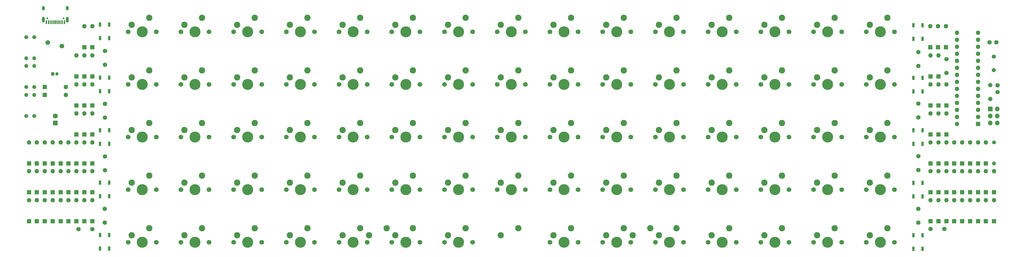
<source format=gbr>
G04 #@! TF.GenerationSoftware,KiCad,Pcbnew,8.0.7*
G04 #@! TF.CreationDate,2025-01-04T22:40:08+01:00*
G04 #@! TF.ProjectId,orthgyle,6f727468-6779-46c6-952e-6b696361645f,1*
G04 #@! TF.SameCoordinates,Original*
G04 #@! TF.FileFunction,Soldermask,Top*
G04 #@! TF.FilePolarity,Negative*
%FSLAX46Y46*%
G04 Gerber Fmt 4.6, Leading zero omitted, Abs format (unit mm)*
G04 Created by KiCad (PCBNEW 8.0.7) date 2025-01-04 22:40:08*
%MOMM*%
%LPD*%
G01*
G04 APERTURE LIST*
%ADD10R,1.600000X1.600000*%
%ADD11O,1.600000X1.600000*%
%ADD12C,1.701800*%
%ADD13C,3.987800*%
%ADD14C,2.286000*%
%ADD15C,1.600000*%
%ADD16R,0.900000X1.500000*%
%ADD17C,1.400000*%
%ADD18O,1.400000X1.400000*%
%ADD19C,1.500000*%
%ADD20C,0.650000*%
%ADD21R,0.600000X1.450000*%
%ADD22R,0.300000X1.450000*%
%ADD23O,1.000000X2.100000*%
%ADD24O,1.000000X1.600000*%
%ADD25R,1.800000X1.800000*%
%ADD26C,1.800000*%
%ADD27C,1.710000*%
%ADD28R,1.700000X1.700000*%
%ADD29O,1.700000X1.700000*%
%ADD30R,1.200000X1.200000*%
%ADD31C,1.200000*%
G04 APERTURE END LIST*
D10*
X36314215Y-151567167D03*
D11*
X36314215Y-143947167D03*
D12*
X205542447Y-161092159D03*
D13*
X210622447Y-161092159D03*
D12*
X215702447Y-161092159D03*
D14*
X213162447Y-156012159D03*
X206812447Y-158552159D03*
D10*
X376357447Y-162044659D03*
D11*
X376357447Y-154424659D03*
D12*
X186492447Y-161092159D03*
D13*
X191572447Y-161092159D03*
D12*
X196652447Y-161092159D03*
D14*
X194112447Y-156012159D03*
X187762447Y-158552159D03*
D12*
X148392447Y-161092159D03*
D13*
X153472447Y-161092159D03*
D12*
X158552447Y-161092159D03*
D14*
X156012447Y-156012159D03*
X149662447Y-158552159D03*
D12*
X281742447Y-180142159D03*
D13*
X286822447Y-180142159D03*
D12*
X291902447Y-180142159D03*
D14*
X289362447Y-175062159D03*
X283012447Y-177602159D03*
D10*
X47744947Y-172522159D03*
D11*
X47744947Y-164902159D03*
D10*
X385049742Y-162044727D03*
D11*
X385049742Y-154424727D03*
D12*
X281742447Y-161092159D03*
D13*
X286822447Y-161092159D03*
D12*
X291902447Y-161092159D03*
D14*
X289362447Y-156012159D03*
X283012447Y-158552159D03*
D10*
X50601811Y-151567167D03*
D11*
X50601811Y-143947167D03*
D10*
X364928095Y-172522255D03*
D11*
X364928095Y-164902255D03*
D12*
X72192447Y-142042159D03*
D13*
X77272447Y-142042159D03*
D12*
X82352447Y-142042159D03*
D14*
X79812447Y-136962159D03*
X73462447Y-139502159D03*
D10*
X53459311Y-151567167D03*
D11*
X53459311Y-143947167D03*
D10*
X53459287Y-120134659D03*
D11*
X53459287Y-112514659D03*
D15*
X383620986Y-123230528D03*
X383620986Y-128230528D03*
D10*
X382073167Y-172522255D03*
D11*
X382073167Y-164902255D03*
D16*
X355912447Y-125492159D03*
X359212447Y-125492159D03*
X359212447Y-120592159D03*
X355912447Y-120592159D03*
D10*
X59174311Y-130612079D03*
D11*
X59174311Y-122992079D03*
D10*
X47744299Y-162044627D03*
D11*
X47744299Y-154424627D03*
D10*
X39171727Y-172522255D03*
D11*
X39171727Y-164902255D03*
D12*
X243642447Y-180142159D03*
D13*
X248722447Y-180142159D03*
D12*
X253802447Y-180142159D03*
D14*
X251262447Y-175062159D03*
X244912447Y-177602159D03*
D10*
X364927447Y-151567159D03*
D11*
X364927447Y-143947159D03*
D10*
X362069947Y-120134659D03*
D11*
X362069947Y-112514659D03*
D15*
X357665252Y-167997893D03*
X357665252Y-172997893D03*
D12*
X129342447Y-142042159D03*
D13*
X134422447Y-142042159D03*
D12*
X139502447Y-142042159D03*
D14*
X136962447Y-136962159D03*
X130612447Y-139502159D03*
D15*
X385882447Y-107752159D03*
X383382447Y-107752159D03*
D12*
X110292447Y-142042159D03*
D13*
X115372447Y-142042159D03*
D12*
X120452447Y-142042159D03*
D14*
X117912447Y-136962159D03*
X111562447Y-139502159D03*
D10*
X59174311Y-141089623D03*
D11*
X59174311Y-133469623D03*
D10*
X42029947Y-172522159D03*
D11*
X42029947Y-164902159D03*
D14*
X165537447Y-175062159D03*
X159187447Y-177602159D03*
D17*
X35362447Y-105847159D03*
D18*
X35362447Y-113467159D03*
D10*
X382072447Y-162044659D03*
D11*
X382072447Y-154424659D03*
D12*
X319842447Y-103942159D03*
D13*
X324922447Y-103942159D03*
D12*
X330002447Y-103942159D03*
D14*
X327462447Y-98862159D03*
X321112447Y-101402159D03*
D12*
X186492447Y-122992159D03*
D13*
X191572447Y-122992159D03*
D12*
X196652447Y-122992159D03*
D14*
X194112447Y-117912159D03*
X187762447Y-120452159D03*
D16*
X355912447Y-144492159D03*
X359212447Y-144492159D03*
X359212447Y-139592159D03*
X355912447Y-139592159D03*
D12*
X243642447Y-142042159D03*
D13*
X248722447Y-142042159D03*
D12*
X253802447Y-142042159D03*
D14*
X251262447Y-136962159D03*
X244912447Y-139502159D03*
D12*
X243642447Y-161092159D03*
D13*
X248722447Y-161092159D03*
D12*
X253802447Y-161092159D03*
D14*
X251262447Y-156012159D03*
X244912447Y-158552159D03*
D10*
X367785595Y-172522255D03*
D11*
X367785595Y-164902255D03*
D10*
X56316799Y-120134535D03*
D11*
X56316799Y-112514535D03*
D12*
X167442447Y-103942159D03*
D13*
X172522447Y-103942159D03*
D12*
X177602447Y-103942159D03*
D14*
X175062447Y-98862159D03*
X168712447Y-101402159D03*
D10*
X39171727Y-151567167D03*
D11*
X39171727Y-143947167D03*
D12*
X110292447Y-180142159D03*
D13*
X115372447Y-180142159D03*
D12*
X120452447Y-180142159D03*
D14*
X117912447Y-175062159D03*
X111562447Y-177602159D03*
D12*
X224592447Y-180142159D03*
D13*
X229672447Y-180142159D03*
D12*
X234752447Y-180142159D03*
D14*
X232212447Y-175062159D03*
X225862447Y-177602159D03*
D15*
X63817500Y-130016250D03*
X63817500Y-135016250D03*
D12*
X72192447Y-180142159D03*
D13*
X77272447Y-180142159D03*
D12*
X82352447Y-180142159D03*
D14*
X79812447Y-175062159D03*
X73462447Y-177602159D03*
D12*
X300792447Y-180142159D03*
D13*
X305872447Y-180142159D03*
D12*
X310952447Y-180142159D03*
D14*
X308412447Y-175062159D03*
X302062447Y-177602159D03*
D12*
X338892447Y-103942159D03*
D13*
X343972447Y-103942159D03*
D12*
X349052447Y-103942159D03*
D14*
X346512447Y-98862159D03*
X340162447Y-101402159D03*
D10*
X44887447Y-172522159D03*
D11*
X44887447Y-164902159D03*
D12*
X338892447Y-142042159D03*
D13*
X343972447Y-142042159D03*
D12*
X349052447Y-142042159D03*
D14*
X346512447Y-136962159D03*
X340162447Y-139502159D03*
D10*
X50601799Y-162044627D03*
D11*
X50601799Y-154424627D03*
D15*
X367785607Y-118824874D03*
X367785607Y-113824874D03*
D12*
X300792447Y-103942159D03*
D13*
X305872447Y-103942159D03*
D12*
X310952447Y-103942159D03*
D14*
X308412447Y-98862159D03*
X302062447Y-101402159D03*
D16*
X62032447Y-182442159D03*
X65332447Y-182442159D03*
X65332447Y-177542159D03*
X62032447Y-177542159D03*
D19*
X384929947Y-117822159D03*
X384929947Y-112942159D03*
D12*
X186492447Y-180142159D03*
D13*
X191572447Y-180142159D03*
D12*
X196652447Y-180142159D03*
D14*
X194112447Y-175062159D03*
X187762447Y-177602159D03*
D10*
X44886799Y-162044627D03*
D11*
X44886799Y-154424627D03*
D10*
X59174311Y-151567167D03*
D11*
X59174311Y-143947167D03*
D10*
X362069947Y-162044659D03*
D11*
X362069947Y-154424659D03*
D12*
X148392447Y-142042159D03*
D13*
X153472447Y-142042159D03*
D12*
X158552447Y-142042159D03*
D14*
X156012447Y-136962159D03*
X149662447Y-139502159D03*
D12*
X243642447Y-103942159D03*
D13*
X248722447Y-103942159D03*
D12*
X253802447Y-103942159D03*
D14*
X251262447Y-98862159D03*
X244912447Y-101402159D03*
D12*
X205542447Y-122992159D03*
D13*
X210622447Y-122992159D03*
D12*
X215702447Y-122992159D03*
D14*
X213162447Y-117912159D03*
X206812447Y-120452159D03*
D10*
X36314227Y-172522255D03*
D11*
X36314227Y-164902255D03*
D10*
X39171727Y-162044711D03*
D11*
X39171727Y-154424711D03*
D15*
X357663750Y-111323750D03*
X357663750Y-116323750D03*
D10*
X367784947Y-162044659D03*
D11*
X367784947Y-154424659D03*
D12*
X300792447Y-122992159D03*
D13*
X305872447Y-122992159D03*
D12*
X310952447Y-122992159D03*
D14*
X308412447Y-117912159D03*
X302062447Y-120452159D03*
D10*
X364927447Y-120134659D03*
D11*
X364927447Y-112514659D03*
D15*
X357663750Y-129897500D03*
X357663750Y-134897500D03*
D17*
X35362447Y-134422159D03*
D18*
X35362447Y-126802159D03*
D12*
X91242447Y-103942159D03*
D13*
X96322447Y-103942159D03*
D12*
X101402447Y-103942159D03*
D14*
X98862447Y-98862159D03*
X92512447Y-101402159D03*
D10*
X59174947Y-172522159D03*
D11*
X59174947Y-164902159D03*
D10*
X367784947Y-141089659D03*
D11*
X367784947Y-133469659D03*
D12*
X205542447Y-142042159D03*
D13*
X210622447Y-142042159D03*
D12*
X215702447Y-142042159D03*
D14*
X213162447Y-136962159D03*
X206812447Y-139502159D03*
D12*
X167442447Y-161092159D03*
D13*
X172522447Y-161092159D03*
D12*
X177602447Y-161092159D03*
D14*
X175062447Y-156012159D03*
X168712447Y-158552159D03*
D12*
X91242447Y-161092159D03*
D13*
X96322447Y-161092159D03*
D12*
X101402447Y-161092159D03*
D14*
X98862447Y-156012159D03*
X92512447Y-158552159D03*
D10*
X42029947Y-126802159D03*
D11*
X49649947Y-126802159D03*
D10*
X362069947Y-130612159D03*
D11*
X362069947Y-122992159D03*
D16*
X62032447Y-163442159D03*
X65332447Y-163442159D03*
X65332447Y-158542159D03*
X62032447Y-158542159D03*
D12*
X243642447Y-122992159D03*
D13*
X248722447Y-122992159D03*
D12*
X253802447Y-122992159D03*
D14*
X251262447Y-117912159D03*
X244912447Y-120452159D03*
D12*
X110292447Y-103942159D03*
D13*
X115372447Y-103942159D03*
D12*
X120452447Y-103942159D03*
D14*
X117912447Y-98862159D03*
X111562447Y-101402159D03*
D12*
X224592447Y-142042159D03*
D13*
X229672447Y-142042159D03*
D12*
X234752447Y-142042159D03*
D14*
X232212447Y-136962159D03*
X225862447Y-139502159D03*
D10*
X59174311Y-162044727D03*
D11*
X59174311Y-154424727D03*
D10*
X56316799Y-141089623D03*
D11*
X56316799Y-133469623D03*
D10*
X56316811Y-151567167D03*
D11*
X56316811Y-143947167D03*
D17*
X38219947Y-134422159D03*
D18*
X38219947Y-126802159D03*
D12*
X148392447Y-180142159D03*
D13*
X153472447Y-180142159D03*
D12*
X158552447Y-180142159D03*
D14*
X156012447Y-175062159D03*
X149662447Y-177602159D03*
D12*
X338892447Y-122992159D03*
D13*
X343972447Y-122992159D03*
D12*
X349052447Y-122992159D03*
D14*
X346512447Y-117912159D03*
X340162447Y-120452159D03*
D20*
X48763697Y-99019659D03*
X42983697Y-99019659D03*
D21*
X49123697Y-100464659D03*
X48323697Y-100464659D03*
D22*
X47123697Y-100464659D03*
X46123697Y-100464659D03*
X45623697Y-100464659D03*
X44623697Y-100464659D03*
D21*
X43423697Y-100464659D03*
X42623697Y-100464659D03*
X42623697Y-100464659D03*
X43423697Y-100464659D03*
D22*
X44123697Y-100464659D03*
X45123697Y-100464659D03*
X46623697Y-100464659D03*
X47623697Y-100464659D03*
D21*
X48323697Y-100464659D03*
X49123697Y-100464659D03*
D23*
X50193697Y-99549659D03*
D24*
X50193697Y-95369659D03*
D23*
X41553697Y-99549659D03*
D24*
X41553697Y-95369659D03*
D25*
X45839947Y-136962159D03*
D26*
X45839947Y-134422159D03*
D10*
X47744311Y-151567167D03*
D11*
X47744311Y-143947167D03*
D10*
X362069947Y-141089659D03*
D11*
X362069947Y-133469659D03*
D16*
X62032447Y-106242159D03*
X65332447Y-106242159D03*
X65332447Y-101342159D03*
X62032447Y-101342159D03*
D12*
X224592447Y-122992159D03*
D13*
X229672447Y-122992159D03*
D12*
X234752447Y-122992159D03*
D14*
X232212447Y-117912159D03*
X225862447Y-120452159D03*
D12*
X186492447Y-103942159D03*
D13*
X191572447Y-103942159D03*
D12*
X196652447Y-103942159D03*
D14*
X194112447Y-98862159D03*
X187762447Y-101402159D03*
D10*
X379214947Y-162044659D03*
D11*
X379214947Y-154424659D03*
D12*
X72192447Y-161092159D03*
D13*
X77272447Y-161092159D03*
D12*
X82352447Y-161092159D03*
D14*
X79812447Y-156012159D03*
X73462447Y-158552159D03*
D10*
X370643095Y-172522255D03*
D11*
X370643095Y-164902255D03*
D10*
X364927447Y-141089659D03*
D11*
X364927447Y-133469659D03*
D10*
X56316799Y-130612079D03*
D11*
X56316799Y-122992079D03*
D10*
X59174311Y-120134535D03*
D11*
X59174311Y-112514535D03*
D10*
X370642447Y-151567159D03*
D11*
X370642447Y-143947159D03*
D15*
X386240372Y-123289898D03*
X386240372Y-125789898D03*
D12*
X167442447Y-180142159D03*
D13*
X172522447Y-180142159D03*
D12*
X177602447Y-180142159D03*
D14*
X175062447Y-175062159D03*
X168712447Y-177602159D03*
D12*
X262692447Y-142042159D03*
D13*
X267772447Y-142042159D03*
D12*
X272852447Y-142042159D03*
D14*
X270312447Y-136962159D03*
X263962447Y-139502159D03*
D10*
X50602447Y-172522159D03*
D11*
X50602447Y-164902159D03*
D12*
X281742447Y-142042159D03*
D13*
X286822447Y-142042159D03*
D12*
X291902447Y-142042159D03*
D14*
X289362447Y-136962159D03*
X283012447Y-139502159D03*
D10*
X382072447Y-151567159D03*
D11*
X382072447Y-143947159D03*
D10*
X370642447Y-162044659D03*
D11*
X370642447Y-154424659D03*
D15*
X63698705Y-167998216D03*
X63698705Y-172998216D03*
D10*
X376357447Y-151567159D03*
D11*
X376357447Y-143947159D03*
D12*
X262692447Y-161092159D03*
D13*
X267772447Y-161092159D03*
D12*
X272852447Y-161092159D03*
D14*
X270312447Y-156012159D03*
X263962447Y-158552159D03*
D10*
X53459287Y-141089623D03*
D11*
X53459287Y-133469623D03*
D10*
X53459287Y-130612079D03*
D11*
X53459287Y-122992079D03*
D10*
X373499947Y-151567159D03*
D11*
X373499947Y-143947159D03*
D12*
X72192447Y-103942159D03*
D13*
X77272447Y-103942159D03*
D12*
X82352447Y-103942159D03*
D14*
X79812447Y-98862159D03*
X73462447Y-101402159D03*
D10*
X56317447Y-172522159D03*
D11*
X56317447Y-164902159D03*
D16*
X355912447Y-106492159D03*
X359212447Y-106492159D03*
X359212447Y-101592159D03*
X355912447Y-101592159D03*
D10*
X36314215Y-162044711D03*
D11*
X36314215Y-154424711D03*
D10*
X367665000Y-109537500D03*
D11*
X367665000Y-101917500D03*
D12*
X110292447Y-161092159D03*
D13*
X115372447Y-161092159D03*
D12*
X120452447Y-161092159D03*
D14*
X117912447Y-156012159D03*
X111562447Y-158552159D03*
X260787447Y-175062159D03*
X254437447Y-177602159D03*
D15*
X362070583Y-175260736D03*
X367070583Y-175260736D03*
D10*
X362069947Y-151567159D03*
D11*
X362069947Y-143947159D03*
D10*
X56316799Y-162044627D03*
D11*
X56316799Y-154424627D03*
D17*
X385049742Y-143947167D03*
D18*
X385049742Y-151567167D03*
D10*
X373499947Y-162044659D03*
D11*
X373499947Y-154424659D03*
D16*
X62032447Y-144442159D03*
X65332447Y-144442159D03*
X65332447Y-139542159D03*
X62032447Y-139542159D03*
D10*
X361950000Y-109537500D03*
D11*
X361950000Y-101917500D03*
D16*
X355913711Y-163492316D03*
X359213711Y-163492316D03*
X359213711Y-158592316D03*
X355913711Y-158592316D03*
D10*
X364807500Y-109537500D03*
D11*
X364807500Y-101917500D03*
D12*
X281742447Y-103942159D03*
D13*
X286822447Y-103942159D03*
D12*
X291902447Y-103942159D03*
D14*
X289362447Y-98862159D03*
X283012447Y-101402159D03*
D12*
X319842447Y-180142159D03*
D13*
X324922447Y-180142159D03*
D12*
X330002447Y-180142159D03*
D14*
X327462447Y-175062159D03*
X321112447Y-177602159D03*
D12*
X129342447Y-161092159D03*
D13*
X134422447Y-161092159D03*
D12*
X139502447Y-161092159D03*
D14*
X136962447Y-156012159D03*
X130612447Y-158552159D03*
D10*
X362070583Y-172522159D03*
D11*
X362070583Y-164902159D03*
D12*
X262692447Y-122992159D03*
D13*
X267772447Y-122992159D03*
D12*
X272852447Y-122992159D03*
D14*
X270312447Y-117912159D03*
X263962447Y-120452159D03*
D12*
X262692447Y-180142159D03*
D13*
X267772447Y-180142159D03*
D12*
X272852447Y-180142159D03*
D14*
X270312447Y-175062159D03*
X263962447Y-177602159D03*
D12*
X319842447Y-161092159D03*
D13*
X324922447Y-161092159D03*
D12*
X330002447Y-161092159D03*
D14*
X327462447Y-156012159D03*
X321112447Y-158552159D03*
D12*
X224592447Y-103942159D03*
D13*
X229672447Y-103942159D03*
D12*
X234752447Y-103942159D03*
D14*
X232212447Y-98862159D03*
X225862447Y-101402159D03*
D12*
X262692447Y-103942159D03*
D13*
X267772447Y-103942159D03*
D12*
X272852447Y-103942159D03*
D14*
X270312447Y-98862159D03*
X263962447Y-101402159D03*
D10*
X364927447Y-162044659D03*
D11*
X364927447Y-154424659D03*
D12*
X205542447Y-103942159D03*
D13*
X210622447Y-103942159D03*
D12*
X215702447Y-103942159D03*
D14*
X213162447Y-98862159D03*
X206812447Y-101402159D03*
D12*
X186492447Y-142042159D03*
D13*
X191572447Y-142042159D03*
D12*
X196652447Y-142042159D03*
D14*
X194112447Y-136962159D03*
X187762447Y-139502159D03*
D12*
X224592447Y-161092159D03*
D13*
X229672447Y-161092159D03*
D12*
X234752447Y-161092159D03*
D14*
X232212447Y-156012159D03*
X225862447Y-158552159D03*
D12*
X91242447Y-122992159D03*
D13*
X96322447Y-122992159D03*
D12*
X101402447Y-122992159D03*
D14*
X98862447Y-117912159D03*
X92512447Y-120452159D03*
D15*
X63817500Y-149066250D03*
X63817500Y-154066250D03*
D12*
X110292447Y-122992159D03*
D13*
X115372447Y-122992159D03*
D12*
X120452447Y-122992159D03*
D14*
X117912447Y-117912159D03*
X111562447Y-120452159D03*
D10*
X376358095Y-172522255D03*
D11*
X376358095Y-164902255D03*
D10*
X379214947Y-151567159D03*
D11*
X379214947Y-143947159D03*
D14*
X213162447Y-175062159D03*
X206812447Y-177602159D03*
D10*
X53459947Y-172522159D03*
D11*
X53459947Y-164902159D03*
D12*
X91242447Y-180142159D03*
D13*
X96322447Y-180142159D03*
D12*
X101402447Y-180142159D03*
D14*
X98862447Y-175062159D03*
X92512447Y-177602159D03*
D27*
X43121155Y-107862108D03*
X48221155Y-109062108D03*
D17*
X35362447Y-123944659D03*
D18*
X35362447Y-116324659D03*
D15*
X357663750Y-148947500D03*
X357663750Y-153947500D03*
D12*
X300792447Y-142042159D03*
D13*
X305872447Y-142042159D03*
D12*
X310952447Y-142042159D03*
D14*
X308412447Y-136962159D03*
X302062447Y-139502159D03*
D28*
X383654947Y-131897159D03*
D29*
X386194947Y-131897159D03*
X383654947Y-134437159D03*
X386194947Y-134437159D03*
X383654947Y-136977159D03*
X386194947Y-136977159D03*
D12*
X148392447Y-103942159D03*
D13*
X153472447Y-103942159D03*
D12*
X158552447Y-103942159D03*
D14*
X156012447Y-98862159D03*
X149662447Y-101402159D03*
D16*
X355912447Y-182492159D03*
X359212447Y-182492159D03*
X359212447Y-177592159D03*
X355912447Y-177592159D03*
D10*
X59174311Y-109537928D03*
D11*
X59174311Y-101917928D03*
D17*
X38219947Y-123944659D03*
D18*
X38219947Y-116324659D03*
D10*
X42029947Y-123944659D03*
D11*
X49649947Y-123944659D03*
D12*
X319842447Y-142042159D03*
D13*
X324922447Y-142042159D03*
D12*
X330002447Y-142042159D03*
D14*
X327462447Y-136962159D03*
X321112447Y-139502159D03*
D12*
X72192447Y-122992159D03*
D13*
X77272447Y-122992159D03*
D12*
X82352447Y-122992159D03*
D14*
X79812447Y-117912159D03*
X73462447Y-120452159D03*
D10*
X385049742Y-172522255D03*
D11*
X385049742Y-164902255D03*
D10*
X379215595Y-172522255D03*
D11*
X379215595Y-164902255D03*
D12*
X148392447Y-122992159D03*
D13*
X153472447Y-122992159D03*
D12*
X158552447Y-122992159D03*
D14*
X156012447Y-117912159D03*
X149662447Y-120452159D03*
D10*
X42029239Y-151567167D03*
D11*
X42029239Y-143947167D03*
D12*
X167442447Y-142042159D03*
D13*
X172522447Y-142042159D03*
D12*
X177602447Y-142042159D03*
D14*
X175062447Y-136962159D03*
X168712447Y-139502159D03*
D10*
X379214947Y-137279659D03*
D11*
X379214947Y-134739659D03*
X379214947Y-132199659D03*
X379214947Y-129659659D03*
X379214947Y-127119659D03*
X379214947Y-124579659D03*
X379214947Y-122039659D03*
X379214947Y-119499659D03*
X379214947Y-116959659D03*
X379214947Y-114419659D03*
X379214947Y-111879659D03*
X379214947Y-109339659D03*
X379214947Y-106799659D03*
X379214947Y-104259659D03*
X371594947Y-104259659D03*
X371594947Y-106799659D03*
X371594947Y-109339659D03*
X371594947Y-111879659D03*
X371594947Y-114419659D03*
X371594947Y-116959659D03*
X371594947Y-119499659D03*
X371594947Y-122039659D03*
X371594947Y-124579659D03*
X371594947Y-127119659D03*
X371594947Y-129659659D03*
X371594947Y-132199659D03*
X371594947Y-134739659D03*
X371594947Y-137279659D03*
D15*
X63817500Y-110847500D03*
X63817500Y-115847500D03*
D10*
X42029239Y-162044711D03*
D11*
X42029239Y-154424711D03*
D10*
X44886751Y-151567167D03*
D11*
X44886751Y-143947167D03*
D12*
X129342447Y-180142159D03*
D13*
X134422447Y-180142159D03*
D12*
X139502447Y-180142159D03*
D14*
X136962447Y-175062159D03*
X130612447Y-177602159D03*
D12*
X338892447Y-161092159D03*
D13*
X343972447Y-161092159D03*
D12*
X349052447Y-161092159D03*
D14*
X346512447Y-156012159D03*
X340162447Y-158552159D03*
D15*
X59174311Y-175379799D03*
X54174311Y-175379799D03*
D17*
X38219947Y-105847159D03*
D18*
X38219947Y-113467159D03*
D12*
X129342447Y-103942159D03*
D13*
X134422447Y-103942159D03*
D12*
X139502447Y-103942159D03*
D14*
X136962447Y-98862159D03*
X130612447Y-101402159D03*
D10*
X364927447Y-130612159D03*
D11*
X364927447Y-122992159D03*
D10*
X53459299Y-162044627D03*
D11*
X53459299Y-154424627D03*
D12*
X300792447Y-161092159D03*
D13*
X305872447Y-161092159D03*
D12*
X310952447Y-161092159D03*
D14*
X308412447Y-156012159D03*
X302062447Y-158552159D03*
D10*
X373500595Y-172522255D03*
D11*
X373500595Y-164902255D03*
D16*
X62032447Y-125442159D03*
X65332447Y-125442159D03*
X65332447Y-120542159D03*
X62032447Y-120542159D03*
D12*
X338892447Y-180142159D03*
D13*
X343972447Y-180142159D03*
D12*
X349052447Y-180142159D03*
D14*
X346512447Y-175062159D03*
X340162447Y-177602159D03*
D30*
X44887447Y-119182463D03*
D31*
X46387447Y-119182463D03*
D10*
X367784947Y-130612159D03*
D11*
X367784947Y-122992159D03*
D12*
X319842447Y-122992159D03*
D13*
X324922447Y-122992159D03*
D12*
X330002447Y-122992159D03*
D14*
X327462447Y-117912159D03*
X321112447Y-120452159D03*
D12*
X129342447Y-122992159D03*
D13*
X134422447Y-122992159D03*
D12*
X139502447Y-122992159D03*
D14*
X136962447Y-117912159D03*
X130612447Y-120452159D03*
D12*
X167442447Y-122992159D03*
D13*
X172522447Y-122992159D03*
D12*
X177602447Y-122992159D03*
D14*
X175062447Y-117912159D03*
X168712447Y-120452159D03*
D10*
X367784947Y-151567159D03*
D11*
X367784947Y-143947159D03*
D10*
X56316799Y-109537928D03*
D11*
X56316799Y-101917928D03*
D12*
X281742447Y-122992159D03*
D13*
X286822447Y-122992159D03*
D12*
X291902447Y-122992159D03*
D14*
X289362447Y-117912159D03*
X283012447Y-120452159D03*
D12*
X91242447Y-142042159D03*
D13*
X96322447Y-142042159D03*
D12*
X101402447Y-142042159D03*
D14*
X98862447Y-136962159D03*
X92512447Y-139502159D03*
M02*

</source>
